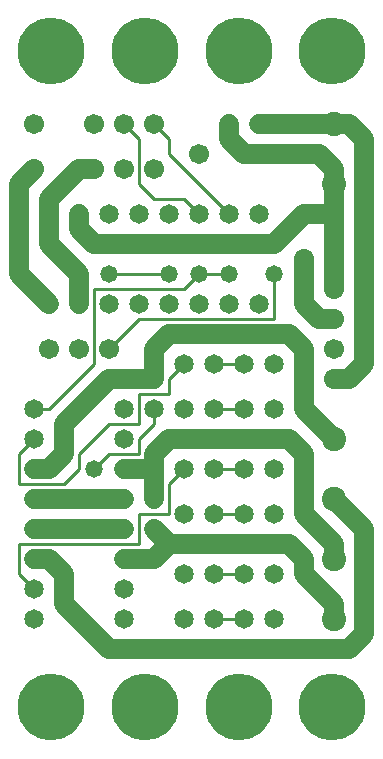
<source format=gtl>
%MOIN*%
%FSLAX25Y25*%
G04 D10 used for Character Trace; *
G04     Circle (OD=.01000) (No hole)*
G04 D11 used for Power Trace; *
G04     Circle (OD=.06700) (No hole)*
G04 D12 used for Signal Trace; *
G04     Circle (OD=.01100) (No hole)*
G04 D13 used for Via; *
G04     Circle (OD=.05800) (Round. Hole ID=.02800)*
G04 D14 used for Component hole; *
G04     Circle (OD=.06500) (Round. Hole ID=.03500)*
G04 D15 used for Component hole; *
G04     Circle (OD=.06700) (Round. Hole ID=.04300)*
G04 D16 used for Component hole; *
G04     Circle (OD=.08100) (Round. Hole ID=.05100)*
G04 D17 used for Component hole; *
G04     Circle (OD=.08900) (Round. Hole ID=.05900)*
G04 D18 used for Component hole; *
G04     Circle (OD=.11300) (Round. Hole ID=.08300)*
G04 D19 used for Component hole; *
G04     Circle (OD=.16000) (Round. Hole ID=.13000)*
G04 D20 used for Component hole; *
G04     Circle (OD=.18300) (Round. Hole ID=.15300)*
G04 D21 used for Component hole; *
G04     Circle (OD=.22291) (Round. Hole ID=.19291)*
%ADD10C,.01000*%
%ADD11C,.06700*%
%ADD12C,.01100*%
%ADD13C,.05800*%
%ADD14C,.06500*%
%ADD15C,.06700*%
%ADD16C,.08100*%
%ADD17C,.08900*%
%ADD18C,.11300*%
%ADD19C,.16000*%
%ADD20C,.18300*%
%ADD21C,.22291*%
%IPPOS*%
%LPD*%
G90*X0Y0D02*D21*X15625Y15625D03*D11*              
X35000Y35000D02*X115000D01*X120000Y40000D01*      
Y75000D01*X110000Y85000D01*D16*D03*D11*Y70000D02* 
X100000Y80000D01*X110000Y65000D02*Y70000D01*D16*  
Y65000D03*D11*X100000Y60000D02*Y65000D01*         
X110000Y50000D02*X100000Y60000D01*                
X110000Y45000D02*Y50000D01*D16*Y45000D03*D14*     
X90000Y60000D03*Y45000D03*D11*X100000Y65000D02*   
X95000Y70000D01*X55000D01*X50000Y65000D01*        
X40000D01*D14*D03*D12*X5000Y70000D02*X45000D01*   
X5000Y60000D02*Y70000D01*X10000Y55000D02*         
X5000Y60000D01*D14*X10000Y55000D03*D11*           
X35000Y35000D02*X20000Y50000D01*D14*              
X40000Y45000D03*D11*X20000Y50000D02*Y60000D01*    
X15000Y65000D01*X10000D01*D14*D03*Y75000D03*D11*  
X40000D01*D14*D03*D12*X45000Y70000D02*Y80000D01*  
X55000D01*Y90000D01*X60000Y95000D01*D14*D03*      
X50000Y85000D03*D11*Y95000D01*X40000D01*D14*D03*  
D12*X35000Y100000D02*X45000D01*X30000Y95000D02*   
X35000Y100000D01*D13*X30000Y95000D03*D12*         
X25000D02*Y100000D01*X20000Y90000D02*             
X25000Y95000D01*X5000Y90000D02*X20000D01*X5000D02*
Y100000D01*X10000Y105000D01*D14*D03*D11*          
X15000Y95000D02*X20000Y100000D01*X10000Y95000D02* 
X15000D01*D14*X10000D03*Y85000D03*D11*X40000D01*  
D14*D03*X50000Y75000D03*D11*X55000Y70000D01*D14*  
X60000Y80000D03*Y60000D03*X40000Y55000D03*        
X70000Y60000D03*D12*X80000D01*D14*D03*            
X70000Y45000D03*D12*X80000D01*D14*D03*X60000D03*  
D21*X109375Y15625D03*X78125D03*D11*               
X100000Y80000D02*Y100000D01*X95000Y105000D01*     
X55000D01*X50000Y100000D01*Y95000D01*D12*         
X45000Y100000D02*Y105000D01*X50000Y110000D01*     
Y115000D01*D14*D03*D12*X45000Y120000D02*X55000D01*
X45000Y110000D02*Y120000D01*X35000Y110000D02*     
X45000D01*X25000Y100000D02*X35000Y110000D01*D11*  
X20000Y100000D02*Y110000D01*X35000Y125000D01*     
X50000D01*D14*D03*D11*Y135000D01*X55000Y140000D01*
X95000D01*X100000Y135000D01*Y115000D01*           
X110000Y105000D01*D16*D03*D14*X90000Y115000D03*   
D11*X110000Y125000D02*X115000D01*D15*X110000D03*  
D11*X115000D02*X120000Y130000D01*Y165000D01*D15*  
D03*D11*Y205000D01*X115000Y210000D01*X110000D01*  
D16*D03*D11*X85000D01*D14*D03*D11*                
X80000Y200000D02*X85000D01*D15*D03*D11*X105000D01*
X110000Y195000D01*Y190000D01*D16*D03*D11*         
Y180000D01*Y155000D01*D15*D03*X100000Y165000D03*  
D11*Y150000D01*X105000Y145000D01*X110000D01*D15*  
D03*Y135000D03*D13*X90000Y160000D03*D12*          
Y145000D01*X45000D01*X35000Y135000D01*D15*D03*D12*
X15000Y115000D02*X30000Y130000D01*                
X10000Y115000D02*X15000D01*D14*X10000D03*D15*     
X25000Y135000D03*X15000D03*D12*X30000Y130000D02*  
Y155000D01*X60000D01*X65000Y160000D01*D13*D03*D12*
X75000D01*D13*D03*D14*X85000Y150000D03*X65000D03* 
X75000D03*D11*X30000Y170000D02*X90000D01*         
X30000D02*X25000Y175000D01*Y180000D01*D14*D03*    
X15000Y170000D03*D11*X25000Y160000D01*Y150000D01* 
D14*D03*D13*X35000Y160000D03*D12*X55000D01*D13*   
D03*D14*X45000Y150000D03*X55000D03*               
X75000Y180000D03*D12*X55000Y200000D01*Y205000D01* 
X50000Y210000D01*D15*D03*D12*X45000Y190000D02*    
Y205000D01*X50000Y185000D02*X45000Y190000D01*     
X50000Y185000D02*X60000D01*X65000Y180000D01*D14*  
D03*X55000D03*D15*X50000Y195000D03*D11*           
X80000Y200000D02*X75000Y205000D01*Y210000D01*D14* 
D03*D15*X65000Y200000D03*D21*X78125Y234375D03*D14*
X45000Y180000D03*D21*X46875Y234375D03*D12*        
X45000Y205000D02*X40000Y210000D01*D15*D03*        
X30000D03*D11*X15000Y185000D02*X25000Y195000D01*  
X15000Y170000D02*Y185000D01*Y150000D02*           
X5000Y160000D01*D14*X15000Y150000D03*D11*         
X5000Y160000D02*Y190000D01*X10000Y195000D01*D15*  
D03*D11*X25000D02*X30000D01*D15*D03*X40000D03*D14*
X35000Y180000D03*D15*X10000Y210000D03*D21*        
X15625Y234375D03*D14*X35000Y150000D03*            
X85000Y180000D03*D11*X90000Y170000D02*            
X100000Y180000D01*X110000D01*D14*X60000Y130000D03*
D12*X55000Y125000D01*Y120000D01*D14*              
X60000Y115000D03*X40000Y105000D03*                
X70000Y115000D03*D12*X80000D01*D14*D03*           
X90000Y130000D03*X80000D03*D12*X70000D01*D14*D03* 
X40000Y115000D03*X70000Y95000D03*D12*X80000D01*   
D14*D03*X90000D03*X70000Y80000D03*D12*X80000D01*  
D14*D03*X90000D03*D21*X46875Y15625D03*D14*        
X10000Y45000D03*D21*X109375Y234375D03*M02*        

</source>
